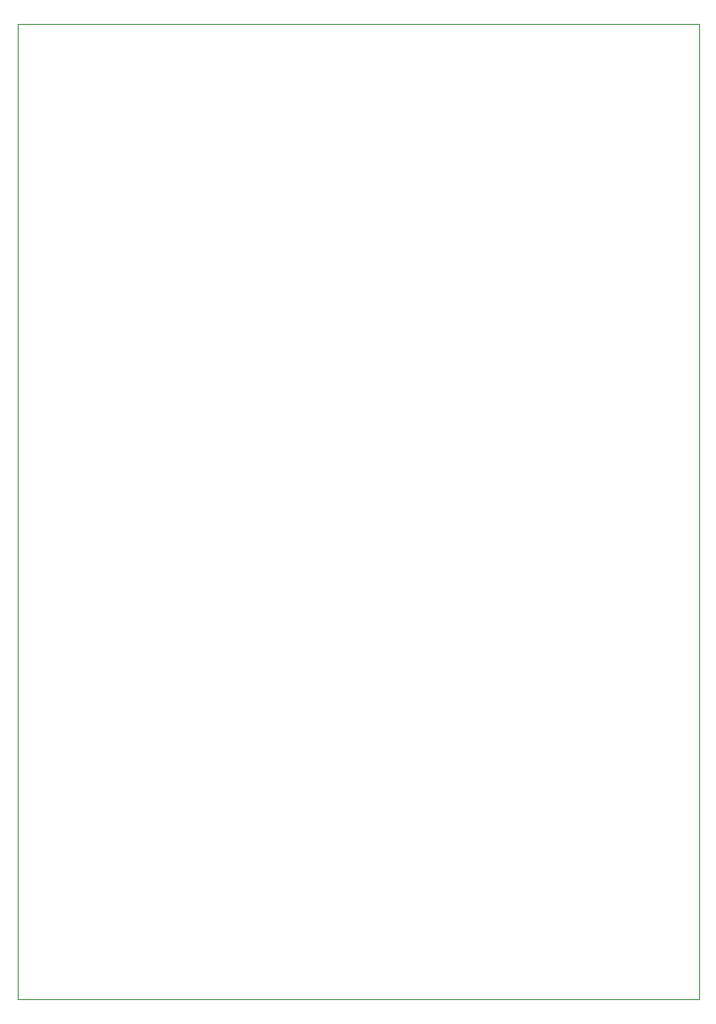
<source format=gbr>
%TF.GenerationSoftware,KiCad,Pcbnew,7.0.7*%
%TF.CreationDate,2023-11-22T16:36:34+01:00*%
%TF.ProjectId,BOB4ENCODER,424f4234-454e-4434-9f44-45522e6b6963,rev?*%
%TF.SameCoordinates,Original*%
%TF.FileFunction,Profile,NP*%
%FSLAX46Y46*%
G04 Gerber Fmt 4.6, Leading zero omitted, Abs format (unit mm)*
G04 Created by KiCad (PCBNEW 7.0.7) date 2023-11-22 16:36:34*
%MOMM*%
%LPD*%
G01*
G04 APERTURE LIST*
%TA.AperFunction,Profile*%
%ADD10C,0.100000*%
%TD*%
G04 APERTURE END LIST*
D10*
X0Y0D02*
X65000000Y0D01*
X65000000Y-93000000D01*
X0Y-93000000D01*
X0Y0D01*
M02*

</source>
